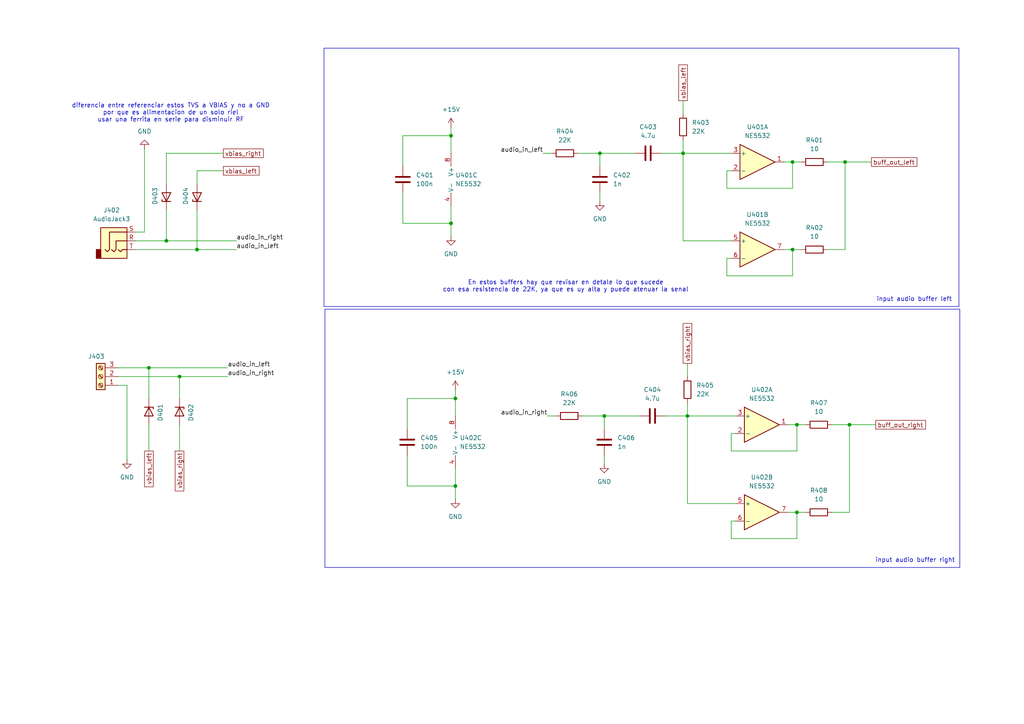
<source format=kicad_sch>
(kicad_sch (version 20250114) (generator "eeschema") (generator_version "9.0")
  (paper "A4")
  (lib_symbols
    (symbol "Amplifier_Operational:NE5532" (pin_names (offset 0.127))
      (property "Reference" "U" (at 0 5.08 0))
      (property "Value" "NE5532" (at 0 -5.08 0))
      (symbol "NE5532_1_1"
        (polyline (pts (xy -5.08 5.08) (xy 5.08 0) (xy -5.08 -5.08) (xy -5.08 5.08)) (stroke (width 0.254)) (fill (type background)))
        (pin input line (at -7.62 2.54 0) (length 2.54) (name "+") (number "3"))
        (pin input line (at -7.62 -2.54 0) (length 2.54) (name "-") (number "2"))
        (pin output line (at 7.62 0 180) (length 2.54) (name "~") (number "1"))
      )
      (symbol "NE5532_2_1"
        (polyline (pts (xy -5.08 5.08) (xy 5.08 0) (xy -5.08 -5.08) (xy -5.08 5.08)) (stroke (width 0.254)) (fill (type background)))
        (pin input line (at -7.62 2.54 0) (length 2.54) (name "+") (number "5"))
        (pin input line (at -7.62 -2.54 0) (length 2.54) (name "-") (number "6"))
        (pin output line (at 7.62 0 180) (length 2.54) (name "~") (number "7"))
      )
      (symbol "NE5532_3_1"
        (pin power_in line (at -2.54 7.62 270) (length 3.81) (name "V+") (number "8"))
        (pin power_in line (at -2.54 -7.62 90) (length 3.81) (name "V-") (number "4"))
      )
    )
    (symbol "Connector:Screw_Terminal_01x03" (pin_names (offset 1.016) (hide yes))
      (property "Reference" "J" (at 0 5.08 0))
      (property "Value" "Screw_Terminal_01x03" (at 0 -5.08 0))
      (symbol "Screw_Terminal_01x03_1_1"
        (rectangle (start -1.27 3.81) (end 1.27 -3.81) (stroke (width 0.254)) (fill (type background)))
        (polyline (pts (xy -0.5334 2.8702) (xy 0.3302 2.032)) (stroke (width 0.1524)))
        (polyline (pts (xy -0.5334 0.3302) (xy 0.3302 -0.508)) (stroke (width 0.1524)))
        (polyline (pts (xy -0.5334 -2.2098) (xy 0.3302 -3.048)) (stroke (width 0.1524)))
        (polyline (pts (xy -0.3556 3.048) (xy 0.508 2.2098)) (stroke (width 0.1524)))
        (polyline (pts (xy -0.3556 0.508) (xy 0.508 -0.3302)) (stroke (width 0.1524)))
        (polyline (pts (xy -0.3556 -2.032) (xy 0.508 -2.8702)) (stroke (width 0.1524)))
        (circle (center 0 2.54) (radius 0.635) (stroke (width 0.1524)))
        (circle (center 0 0) (radius 0.635) (stroke (width 0.1524)))
        (circle (center 0 -2.54) (radius 0.635) (stroke (width 0.1524)))
        (pin passive line (at -5.08 2.54 0) (length 3.81) (name "Pin_1") (number "1"))
        (pin passive line (at -5.08 0 0) (length 3.81) (name "Pin_2") (number "2"))
        (pin passive line (at -5.08 -2.54 0) (length 3.81) (name "Pin_3") (number "3"))
      )
    )
    (symbol "Connector_Audio:AudioJack3"
      (property "Reference" "J" (at 0 8.89 0))
      (property "Value" "AudioJack3" (at 0 6.35 0))
      (symbol "AudioJack3_0_1"
        (rectangle (start -5.08 -5.08) (end -6.35 -2.54) (stroke (width 0.254)) (fill (type outline)))
        (polyline (pts (xy -1.905 -2.54) (xy -1.27 -3.175) (xy -0.635 -2.54) (xy -0.635 0) (xy 2.54 0)) (stroke (width 0.254)))
        (polyline (pts (xy 0 -2.54) (xy 0.635 -3.175) (xy 1.27 -2.54) (xy 2.54 -2.54)) (stroke (width 0.254)))
        (rectangle (start 2.54 3.81) (end -5.08 -5.08) (stroke (width 0.254)) (fill (type background)))
        (polyline (pts (xy 2.54 2.54) (xy -2.54 2.54) (xy -2.54 -2.54) (xy -3.175 -3.175) (xy -3.81 -2.54)) (stroke (width 0.254)))
      )
      (symbol "AudioJack3_1_1"
        (pin passive line (at 5.08 2.54 180) (length 2.54) (name "~") (number "S"))
        (pin passive line (at 5.08 0 180) (length 2.54) (name "~") (number "R"))
        (pin passive line (at 5.08 -2.54 180) (length 2.54) (name "~") (number "T"))
      )
    )
    (symbol "Device:C" (pin_numbers (hide yes)) (pin_names (offset 0.254))
      (property "Reference" "C" (at 0.635 2.54 0))
      (property "Value" "C" (at 0.635 -2.54 0))
      (symbol "C_0_1"
        (polyline (pts (xy -2.032 0.762) (xy 2.032 0.762)) (stroke (width 0.508)))
        (polyline (pts (xy -2.032 -0.762) (xy 2.032 -0.762)) (stroke (width 0.508)))
      )
      (symbol "C_1_1"
        (pin passive line (at 0 3.81 270) (length 2.794) (name "~") (number "1"))
        (pin passive line (at 0 -3.81 90) (length 2.794) (name "~") (number "2"))
      )
    )
    (symbol "Device:R" (pin_numbers (hide yes)) (pin_names (offset 0))
      (property "Reference" "R" (at 2.032 0 90))
      (property "Value" "R" (at 0 0 90))
      (symbol "R_0_1"
        (rectangle (start -1.016 -2.54) (end 1.016 2.54) (stroke (width 0.254)))
      )
      (symbol "R_1_1"
        (pin passive line (at 0 3.81 270) (length 1.27) (name "~") (number "1"))
        (pin passive line (at 0 -3.81 90) (length 1.27) (name "~") (number "2"))
      )
    )
    (symbol "Diode:PTVS20VZ1USK" (pin_numbers (hide yes)) (pin_names (hide yes))
      (property "Reference" "D" (at 0 2.54 0))
      (property "Value" "PTVS20VZ1USK" (at 0 -2.54 0))
      (symbol "PTVS20VZ1USK_0_1"
        (polyline (pts (xy -1.27 -1.27) (xy -1.27 1.27) (xy -0.762 1.27)) (stroke (width 0.254)))
        (polyline (pts (xy 1.27 0) (xy -1.27 0)))
        (polyline (pts (xy 1.27 -1.27) (xy 1.27 1.27) (xy -1.27 0) (xy 1.27 -1.27)) (stroke (width 0.254)))
      )
      (symbol "PTVS20VZ1USK_1_1"
        (pin passive line (at -3.81 0 0) (length 2.54) (name "K") (number "1"))
        (pin passive line (at 3.81 0 180) (length 2.54) (name "A") (number "2"))
      )
    )
    (symbol "power:+15V" (power) (pin_numbers (hide yes)) (pin_names (offset 0) (hide yes))
      (property "Value" "+15V" (at 0 3.556 0))
      (symbol "+15V_0_1"
        (polyline (pts (xy -0.762 1.27) (xy 0 2.54)))
        (polyline (pts (xy 0 2.54) (xy 0.762 1.27)))
        (polyline (pts (xy 0 0) (xy 0 2.54)))
      )
      (symbol "+15V_1_1"
        (pin power_in line (at 0 0 90) (length 0) (name "~") (number "1"))
      )
    )
    (symbol "power:GND" (power) (pin_numbers (hide yes)) (pin_names (offset 0) (hide yes))
      (property "Value" "GND" (at 0 -3.81 0))
      (symbol "GND_0_1"
        (polyline (pts (xy 0 0) (xy 0 -1.27) (xy 1.27 -1.27) (xy 0 -2.54) (xy -1.27 -1.27) (xy 0 -1.27)))
      )
      (symbol "GND_1_1"
        (pin power_in line (at 0 0 270) (length 0) (name "~") (number "1"))
      )
    )
  )
  (rectangle (start 93.98 13.97) (end 278.13 88.9))
  (rectangle (start 94.234 89.662) (end 278.384 164.592))
  (text "input audio buffer right" (at 265.43 162.56 0) (effects (font (size 1.27 1.27))))
  (text "input audio buffer left" (at 265.176 86.868 0) (effects (font (size 1.27 1.27))))
  (text "En estos buffers hay que revisar en detale lo que sucede\ncon esa resistencia de 22K, ya que es uy alta y puede atenuar la senal" (at 164.084 83.058 0) (effects (font (size 1.27 1.27))))
  (text "diferencia entre referenciar estos TVS a VBIAS y no a GND\npor que es alimentacion de un solo riel\nusar una ferrita en serie para disminuir RF\n" (at 49.53 32.766 0) (effects (font (size 1.27 1.27))))
  (junction (at 130.81 64.77))
  (junction (at 231.14 148.59))
  (junction (at 130.81 39.37))
  (junction (at 57.15 72.39))
  (junction (at 173.99 44.45))
  (junction (at 175.26 120.65))
  (junction (at 132.08 140.97))
  (junction (at 229.87 72.39))
  (junction (at 199.39 120.65))
  (junction (at 198.12 44.45))
  (junction (at 231.14 123.19))
  (junction (at 48.26 69.85))
  (junction (at 132.08 115.57))
  (junction (at 246.38 123.19))
  (junction (at 43.18 106.68))
  (junction (at 229.87 46.99))
  (junction (at 52.07 109.22))
  (junction (at 245.11 46.99))
  (wire (pts (xy 52.07 109.22) (xy 52.07 115.57)))
  (wire (pts (xy 116.84 39.37) (xy 116.84 48.26)))
  (wire (pts (xy 198.12 69.85) (xy 198.12 44.45)))
  (wire (pts (xy 132.08 140.97) (xy 132.08 144.78)))
  (wire (pts (xy 173.99 44.45) (xy 184.15 44.45)))
  (wire (pts (xy 175.26 124.46) (xy 175.26 120.65)))
  (wire (pts (xy 231.14 148.59) (xy 233.68 148.59)))
  (wire (pts (xy 240.03 72.39) (xy 245.11 72.39)))
  (wire (pts (xy 212.09 74.93) (xy 210.82 74.93)))
  (wire (pts (xy 132.08 140.97) (xy 118.11 140.97)))
  (wire (pts (xy 210.82 49.53) (xy 210.82 54.61)))
  (wire (pts (xy 199.39 105.41) (xy 199.39 109.22)))
  (wire (pts (xy 130.81 44.45) (xy 130.81 39.37)))
  (wire (pts (xy 132.08 135.89) (xy 132.08 140.97)))
  (wire (pts (xy 43.18 106.68) (xy 43.18 115.57)))
  (wire (pts (xy 68.58 72.39) (xy 57.15 72.39)))
  (wire (pts (xy 34.29 109.22) (xy 52.07 109.22)))
  (wire (pts (xy 228.6 148.59) (xy 231.14 148.59)))
  (wire (pts (xy 130.81 64.77) (xy 116.84 64.77)))
  (wire (pts (xy 132.08 113.03) (xy 132.08 115.57)))
  (wire (pts (xy 212.09 49.53) (xy 210.82 49.53)))
  (wire (pts (xy 229.87 72.39) (xy 232.41 72.39)))
  (wire (pts (xy 199.39 120.65) (xy 193.04 120.65)))
  (wire (pts (xy 210.82 74.93) (xy 210.82 80.01)))
  (wire (pts (xy 41.91 67.31) (xy 39.37 67.31)))
  (wire (pts (xy 118.11 115.57) (xy 118.11 124.46)))
  (wire (pts (xy 210.82 80.01) (xy 229.87 80.01)))
  (wire (pts (xy 198.12 29.21) (xy 198.12 33.02)))
  (wire (pts (xy 57.15 60.96) (xy 57.15 72.39)))
  (wire (pts (xy 116.84 64.77) (xy 116.84 55.88)))
  (wire (pts (xy 229.87 46.99) (xy 229.87 54.61)))
  (wire (pts (xy 34.29 111.76) (xy 36.83 111.76)))
  (wire (pts (xy 130.81 64.77) (xy 130.81 68.58)))
  (wire (pts (xy 246.38 123.19) (xy 241.3 123.19)))
  (wire (pts (xy 212.09 130.81) (xy 231.14 130.81)))
  (wire (pts (xy 57.15 49.53) (xy 57.15 53.34)))
  (wire (pts (xy 41.91 43.18) (xy 41.91 67.31)))
  (wire (pts (xy 231.14 148.59) (xy 231.14 156.21)))
  (wire (pts (xy 229.87 46.99) (xy 232.41 46.99)))
  (wire (pts (xy 210.82 54.61) (xy 229.87 54.61)))
  (wire (pts (xy 227.33 46.99) (xy 229.87 46.99)))
  (wire (pts (xy 57.15 49.53) (xy 64.77 49.53)))
  (wire (pts (xy 198.12 40.64) (xy 198.12 44.45)))
  (wire (pts (xy 130.81 59.69) (xy 130.81 64.77)))
  (wire (pts (xy 245.11 72.39) (xy 245.11 46.99)))
  (wire (pts (xy 212.09 125.73) (xy 212.09 130.81)))
  (wire (pts (xy 43.18 106.68) (xy 66.04 106.68)))
  (wire (pts (xy 212.09 69.85) (xy 198.12 69.85)))
  (wire (pts (xy 175.26 132.08) (xy 175.26 134.62)))
  (wire (pts (xy 198.12 44.45) (xy 191.77 44.45)))
  (wire (pts (xy 173.99 48.26) (xy 173.99 44.45)))
  (wire (pts (xy 229.87 72.39) (xy 229.87 80.01)))
  (wire (pts (xy 213.36 125.73) (xy 212.09 125.73)))
  (wire (pts (xy 213.36 146.05) (xy 199.39 146.05)))
  (wire (pts (xy 245.11 46.99) (xy 240.03 46.99)))
  (wire (pts (xy 34.29 106.68) (xy 43.18 106.68)))
  (wire (pts (xy 52.07 123.19) (xy 52.07 130.81)))
  (wire (pts (xy 167.64 44.45) (xy 173.99 44.45)))
  (wire (pts (xy 36.83 111.76) (xy 36.83 133.35)))
  (wire (pts (xy 132.08 120.65) (xy 132.08 115.57)))
  (wire (pts (xy 227.33 72.39) (xy 229.87 72.39)))
  (wire (pts (xy 231.14 123.19) (xy 233.68 123.19)))
  (wire (pts (xy 175.26 120.65) (xy 185.42 120.65)))
  (wire (pts (xy 43.18 123.19) (xy 43.18 130.81)))
  (wire (pts (xy 130.81 36.83) (xy 130.81 39.37)))
  (wire (pts (xy 246.38 123.19) (xy 254 123.19)))
  (wire (pts (xy 198.12 44.45) (xy 212.09 44.45)))
  (wire (pts (xy 48.26 44.45) (xy 64.77 44.45)))
  (wire (pts (xy 228.6 123.19) (xy 231.14 123.19)))
  (wire (pts (xy 68.58 69.85) (xy 48.26 69.85)))
  (wire (pts (xy 157.48 44.45) (xy 160.02 44.45)))
  (wire (pts (xy 52.07 109.22) (xy 66.04 109.22)))
  (wire (pts (xy 213.36 151.13) (xy 212.09 151.13)))
  (wire (pts (xy 231.14 123.19) (xy 231.14 130.81)))
  (wire (pts (xy 48.26 60.96) (xy 48.26 69.85)))
  (wire (pts (xy 158.75 120.65) (xy 161.29 120.65)))
  (wire (pts (xy 168.91 120.65) (xy 175.26 120.65)))
  (wire (pts (xy 199.39 120.65) (xy 213.36 120.65)))
  (wire (pts (xy 246.38 148.59) (xy 246.38 123.19)))
  (wire (pts (xy 212.09 156.21) (xy 231.14 156.21)))
  (wire (pts (xy 48.26 44.45) (xy 48.26 53.34)))
  (wire (pts (xy 132.08 115.57) (xy 118.11 115.57)))
  (wire (pts (xy 48.26 69.85) (xy 39.37 69.85)))
  (wire (pts (xy 57.15 72.39) (xy 39.37 72.39)))
  (wire (pts (xy 245.11 46.99) (xy 252.73 46.99)))
  (wire (pts (xy 199.39 116.84) (xy 199.39 120.65)))
  (wire (pts (xy 241.3 148.59) (xy 246.38 148.59)))
  (wire (pts (xy 199.39 146.05) (xy 199.39 120.65)))
  (wire (pts (xy 118.11 140.97) (xy 118.11 132.08)))
  (wire (pts (xy 173.99 55.88) (xy 173.99 58.42)))
  (wire (pts (xy 212.09 151.13) (xy 212.09 156.21)))
  (wire (pts (xy 130.81 39.37) (xy 116.84 39.37)))
  (label "audio_in_right" (at 68.58 69.85 0))
  (label "audio_in_left" (at 157.48 44.45 180))
  (label "audio_in_right" (at 66.04 109.22 0))
  (label "audio_in_right" (at 158.75 120.65 180))
  (label "audio_in_left" (at 66.04 106.68 0))
  (label "audio_in_left" (at 68.58 72.39 0))
  (global_label "vbias_right" (shape passive) (at 199.39 105.41 90) (property "Intersheetrefs" "${INTERSHEET_REFS}" (effects (hide yes))))
  (global_label "vbias_right" (shape passive) (at 64.77 44.45 0) (property "Intersheetrefs" "${INTERSHEET_REFS}" (effects (hide yes))))
  (global_label "buff_out_right" (shape passive) (at 254 123.19 0) (property "Intersheetrefs" "${INTERSHEET_REFS}" (effects (hide yes))))
  (global_label "vbias_left" (shape passive) (at 198.12 29.21 90) (property "Intersheetrefs" "${INTERSHEET_REFS}" (effects (hide yes))))
  (global_label "vbias_right" (shape passive) (at 52.07 130.81 270) (property "Intersheetrefs" "${INTERSHEET_REFS}" (effects (hide yes))))
  (global_label "vbias_left" (shape passive) (at 43.18 130.81 270) (property "Intersheetrefs" "${INTERSHEET_REFS}" (effects (hide yes))))
  (global_label "buff_out_left" (shape passive) (at 252.73 46.99 0) (property "Intersheetrefs" "${INTERSHEET_REFS}" (effects (hide yes))))
  (global_label "vbias_left" (shape passive) (at 64.77 49.53 0) (property "Intersheetrefs" "${INTERSHEET_REFS}" (effects (hide yes))))
  (symbol (lib_id "Device:R") (at 165.1 120.65 90) (unit 1)
    (property "Reference" "R406" (at 165.1 114.3 90))
    (property "Value" "22K" (at 165.1 116.84 90))
    (property "Footprint" "Resistor_SMD:R_0805_2012Metric" (effects (hide yes)))
    (property "Description" "Resistor" (effects (hide yes)))
  )
  (symbol (lib_id "power:GND") (at 130.81 68.58 0) (unit 1)
    (property "Reference" "#PWR0403" (effects (hide yes)))
    (property "Value" "GND" (at 130.81 73.66 0))
    (property "Description" "Power symbol creates a global label with name \"GND\" , ground" (effects (hide yes)))
  )
  (symbol (lib_id "Device:R") (at 236.22 72.39 90) (unit 1)
    (property "Reference" "R402" (at 236.22 66.04 90))
    (property "Value" "10" (at 236.22 68.58 90))
    (property "Footprint" "Resistor_SMD:R_0805_2012Metric" (effects (hide yes)))
    (property "Description" "Resistor" (effects (hide yes)))
  )
  (symbol (lib_id "power:GND") (at 173.99 58.42 0) (unit 1)
    (property "Reference" "#PWR0401" (effects (hide yes)))
    (property "Value" "GND" (at 173.99 63.5 0))
    (property "Description" "Power symbol creates a global label with name \"GND\" , ground" (effects (hide yes)))
  )
  (symbol (lib_id "Amplifier_Operational:NE5532") (at 219.71 46.99 0) (unit 1)
    (property "Reference" "U401" (at 219.71 36.83 0))
    (property "Value" "NE5532" (at 219.71 39.37 0))
    (property "Footprint" "Package_SO:SOIC-8_3.9x4.9mm_P1.27mm" (effects (hide yes)))
    (property "Datasheet" "http://www.ti.com/lit/ds/symlink/ne5532.pdf" (effects (hide yes)))
    (property "Description" "Dual Low-Noise Operational Amplifiers, DIP-8/SOIC-8" (effects (hide yes)))
  )
  (symbol (lib_id "power:+15V") (at 130.81 36.83 0) (unit 1)
    (property "Reference" "#PWR0402" (effects (hide yes)))
    (property "Value" "+15V" (at 130.81 31.75 0))
    (property "Description" "Power symbol creates a global label with name \"+15V\"" (effects (hide yes)))
  )
  (symbol (lib_id "Amplifier_Operational:NE5532") (at 220.98 123.19 0) (unit 1)
    (property "Reference" "U402" (at 220.98 113.03 0))
    (property "Value" "NE5532" (at 220.98 115.57 0))
    (property "Footprint" "Package_SO:SOIC-8_3.9x4.9mm_P1.27mm" (effects (hide yes)))
    (property "Datasheet" "http://www.ti.com/lit/ds/symlink/ne5532.pdf" (effects (hide yes)))
    (property "Description" "Dual Low-Noise Operational Amplifiers, DIP-8/SOIC-8" (effects (hide yes)))
  )
  (symbol (lib_id "Device:C") (at 189.23 120.65 90) (unit 1)
    (property "Reference" "C404" (at 189.23 113.03 90))
    (property "Value" "4.7u" (at 189.23 115.57 90))
    (property "Footprint" "Capacitor_SMD:C_0805_2012Metric" (effects (hide yes)))
    (property "Description" "Unpolarized capacitor" (effects (hide yes)))
  )
  (symbol (lib_id "Device:C") (at 173.99 52.07 0) (unit 1)
    (property "Reference" "C402" (at 177.8 50.7999 0) (effects (justify left)))
    (property "Value" "1n" (at 177.8 53.3399 0) (effects (justify left)))
    (property "Footprint" "Capacitor_SMD:C_0805_2012Metric" (effects (hide yes)))
    (property "Description" "Unpolarized capacitor" (effects (hide yes)))
  )
  (symbol (lib_id "Device:C") (at 118.11 128.27 0) (unit 1)
    (property "Reference" "C405" (at 121.92 126.9999 0) (effects (justify left)))
    (property "Value" "100n" (at 121.92 129.5399 0) (effects (justify left)))
    (property "Footprint" "Capacitor_SMD:C_0805_2012Metric" (effects (hide yes)))
    (property "Description" "Unpolarized capacitor" (effects (hide yes)))
  )
  (symbol (lib_id "Device:C") (at 116.84 52.07 0) (unit 1)
    (property "Reference" "C401" (at 120.65 50.7999 0) (effects (justify left)))
    (property "Value" "100n" (at 120.65 53.3399 0) (effects (justify left)))
    (property "Footprint" "Capacitor_SMD:C_0805_2012Metric" (effects (hide yes)))
    (property "Description" "Unpolarized capacitor" (effects (hide yes)))
  )
  (symbol (lib_id "Amplifier_Operational:NE5532") (at 134.62 128.27 0) (unit 3)
    (property "Reference" "U402" (at 133.35 126.9999 0) (effects (justify left)))
    (property "Value" "NE5532" (at 133.35 129.5399 0) (effects (justify left)))
    (property "Footprint" "Package_SO:SOIC-8_3.9x4.9mm_P1.27mm" (effects (hide yes)))
    (property "Datasheet" "http://www.ti.com/lit/ds/symlink/ne5532.pdf" (effects (hide yes)))
    (property "Description" "Dual Low-Noise Operational Amplifiers, DIP-8/SOIC-8" (effects (hide yes)))
  )
  (symbol (lib_id "Device:R") (at 198.12 36.83 0) (unit 1)
    (property "Reference" "R403" (at 200.66 35.5599 0) (effects (justify left)))
    (property "Value" "22K" (at 200.66 38.0999 0) (effects (justify left)))
    (property "Footprint" "Resistor_SMD:R_0805_2012Metric" (effects (hide yes)))
    (property "Description" "Resistor" (effects (hide yes)))
  )
  (symbol (lib_id "Device:C") (at 187.96 44.45 90) (unit 1)
    (property "Reference" "C403" (at 187.96 36.83 90))
    (property "Value" "4.7u" (at 187.96 39.37 90))
    (property "Footprint" "Capacitor_SMD:C_0805_2012Metric" (effects (hide yes)))
    (property "Description" "Unpolarized capacitor" (effects (hide yes)))
  )
  (symbol (lib_id "power:GND") (at 36.83 133.35 0) (unit 1)
    (property "Reference" "#PWR0408" (effects (hide yes)))
    (property "Value" "GND" (at 36.83 138.43 0))
    (property "Description" "Power symbol creates a global label with name \"GND\" , ground" (effects (hide yes)))
  )
  (symbol (lib_id "power:GND") (at 132.08 144.78 0) (unit 1)
    (property "Reference" "#PWR0406" (effects (hide yes)))
    (property "Value" "GND" (at 132.08 149.86 0))
    (property "Description" "Power symbol creates a global label with name \"GND\" , ground" (effects (hide yes)))
  )
  (symbol (lib_id "Amplifier_Operational:NE5532") (at 133.35 52.07 0) (unit 3)
    (property "Reference" "U401" (at 132.08 50.7999 0) (effects (justify left)))
    (property "Value" "NE5532" (at 132.08 53.3399 0) (effects (justify left)))
    (property "Footprint" "Package_SO:SOIC-8_3.9x4.9mm_P1.27mm" (effects (hide yes)))
    (property "Datasheet" "http://www.ti.com/lit/ds/symlink/ne5532.pdf" (effects (hide yes)))
    (property "Description" "Dual Low-Noise Operational Amplifiers, DIP-8/SOIC-8" (effects (hide yes)))
  )
  (symbol (lib_id "Amplifier_Operational:NE5532") (at 220.98 148.59 0) (unit 2)
    (property "Reference" "U402" (at 220.98 138.43 0))
    (property "Value" "NE5532" (at 220.98 140.97 0))
    (property "Footprint" "Package_SO:SOIC-8_3.9x4.9mm_P1.27mm" (effects (hide yes)))
    (property "Datasheet" "http://www.ti.com/lit/ds/symlink/ne5532.pdf" (effects (hide yes)))
    (property "Description" "Dual Low-Noise Operational Amplifiers, DIP-8/SOIC-8" (effects (hide yes)))
  )
  (symbol (lib_id "Diode:PTVS20VZ1USK") (at 43.18 119.38 270) (unit 1)
    (property "Reference" "D401" (at 46.482 117.094 0) (effects (justify left)))
    (property "Value" "PTVS20VZ1USK" (effects (hide yes)))
    (property "Footprint" "Diode_SMD:Nexperia_DSN1608-2_1.6x0.8mm" (effects (hide yes)))
    (property "Datasheet" "https://assets.nexperia.com/documents/data-sheet/PTVS20VZ1USK.pdf" (effects (hide yes)))
    (property "Description" "20V, 2000W TVS unidirectional diode, DSN1608-2" (effects (hide yes)))
  )
  (symbol (lib_id "power:GND") (at 41.91 43.18 180) (unit 1)
    (property "Reference" "#PWR0407" (effects (hide yes)))
    (property "Value" "GND" (at 41.91 38.1 0))
    (property "Description" "Power symbol creates a global label with name \"GND\" , ground" (effects (hide yes)))
  )
  (symbol (lib_id "Amplifier_Operational:NE5532") (at 219.71 72.39 0) (unit 2)
    (property "Reference" "U401" (at 219.71 62.23 0))
    (property "Value" "NE5532" (at 219.71 64.77 0))
    (property "Footprint" "Package_SO:SOIC-8_3.9x4.9mm_P1.27mm" (effects (hide yes)))
    (property "Datasheet" "http://www.ti.com/lit/ds/symlink/ne5532.pdf" (effects (hide yes)))
    (property "Description" "Dual Low-Noise Operational Amplifiers, DIP-8/SOIC-8" (effects (hide yes)))
  )
  (symbol (lib_id "Connector:Screw_Terminal_01x03") (at 29.21 109.22 180) (unit 1)
    (property "Reference" "J403" (at 27.94 103.378 0))
    (property "Value" "Screw_Terminal_01x03" (effects (hide yes)))
    (property "Footprint" "TerminalBlock:TerminalBlock_Altech_AK300-3_P5.00mm" (effects (hide yes)))
    (property "Description" "Generic screw terminal, single row, 01x03, script generated (kicad-library-utils/schlib/autogen/connector/)" (effects (hide yes)))
  )
  (symbol (lib_id "Device:R") (at 237.49 148.59 90) (unit 1)
    (property "Reference" "R408" (at 237.49 142.24 90))
    (property "Value" "10" (at 237.49 144.78 90))
    (property "Footprint" "Resistor_SMD:R_0805_2012Metric" (effects (hide yes)))
    (property "Description" "Resistor" (effects (hide yes)))
  )
  (symbol (lib_id "power:+15V") (at 132.08 113.03 0) (unit 1)
    (property "Reference" "#PWR0404" (effects (hide yes)))
    (property "Value" "+15V" (at 132.08 107.95 0))
    (property "Description" "Power symbol creates a global label with name \"+15V\"" (effects (hide yes)))
  )
  (symbol (lib_id "power:GND") (at 175.26 134.62 0) (unit 1)
    (property "Reference" "#PWR0405" (effects (hide yes)))
    (property "Value" "GND" (at 175.26 139.7 0))
    (property "Description" "Power symbol creates a global label with name \"GND\" , ground" (effects (hide yes)))
  )
  (symbol (lib_id "Diode:PTVS20VZ1USK") (at 57.15 57.15 90) (unit 1)
    (property "Reference" "D404" (at 53.848 59.436 0) (effects (justify left)))
    (property "Value" "PTVS20VZ1USK" (effects (hide yes)))
    (property "Footprint" "Diode_SMD:Nexperia_DSN1608-2_1.6x0.8mm" (effects (hide yes)))
    (property "Datasheet" "https://assets.nexperia.com/documents/data-sheet/PTVS20VZ1USK.pdf" (effects (hide yes)))
    (property "Description" "20V, 2000W TVS unidirectional diode, DSN1608-2" (effects (hide yes)))
  )
  (symbol (lib_id "Device:C") (at 175.26 128.27 0) (unit 1)
    (property "Reference" "C406" (at 179.07 126.9999 0) (effects (justify left)))
    (property "Value" "1n" (at 179.07 129.5399 0) (effects (justify left)))
    (property "Footprint" "Capacitor_SMD:C_0805_2012Metric" (effects (hide yes)))
    (property "Description" "Unpolarized capacitor" (effects (hide yes)))
  )
  (symbol (lib_id "Device:R") (at 237.49 123.19 90) (unit 1)
    (property "Reference" "R407" (at 237.49 116.84 90))
    (property "Value" "10" (at 237.49 119.38 90))
    (property "Footprint" "Resistor_SMD:R_0805_2012Metric" (effects (hide yes)))
    (property "Description" "Resistor" (effects (hide yes)))
  )
  (symbol (lib_id "Diode:PTVS20VZ1USK") (at 48.26 57.15 90) (unit 1)
    (property "Reference" "D403" (at 44.958 59.436 0) (effects (justify left)))
    (property "Value" "PTVS20VZ1USK" (effects (hide yes)))
    (property "Footprint" "Diode_SMD:Nexperia_DSN1608-2_1.6x0.8mm" (effects (hide yes)))
    (property "Datasheet" "https://assets.nexperia.com/documents/data-sheet/PTVS20VZ1USK.pdf" (effects (hide yes)))
    (property "Description" "20V, 2000W TVS unidirectional diode, DSN1608-2" (effects (hide yes)))
  )
  (symbol (lib_id "Diode:PTVS20VZ1USK") (at 52.07 119.38 270) (unit 1)
    (property "Reference" "D402" (at 55.372 117.094 0) (effects (justify left)))
    (property "Value" "PTVS20VZ1USK" (effects (hide yes)))
    (property "Footprint" "Diode_SMD:Nexperia_DSN1608-2_1.6x0.8mm" (effects (hide yes)))
    (property "Datasheet" "https://assets.nexperia.com/documents/data-sheet/PTVS20VZ1USK.pdf" (effects (hide yes)))
    (property "Description" "20V, 2000W TVS unidirectional diode, DSN1608-2" (effects (hide yes)))
  )
  (symbol (lib_id "Connector_Audio:AudioJack3") (at 34.29 69.85 0) (unit 1)
    (property "Reference" "J402" (at 32.385 60.96 0))
    (property "Value" "AudioJack3" (at 32.385 63.5 0))
    (property "Footprint" "Connector_Audio:Jack_3.5mm_CUI_SJ-3523-SMT_Horizontal" (effects (hide yes)))
    (property "Description" "Audio Jack, 3 Poles (Stereo / TRS)" (effects (hide yes)))
  )
  (symbol (lib_id "Device:R") (at 199.39 113.03 0) (unit 1)
    (property "Reference" "R405" (at 201.93 111.7599 0) (effects (justify left)))
    (property "Value" "22K" (at 201.93 114.2999 0) (effects (justify left)))
    (property "Footprint" "Resistor_SMD:R_0805_2012Metric" (effects (hide yes)))
    (property "Description" "Resistor" (effects (hide yes)))
  )
  (symbol (lib_id "Device:R") (at 236.22 46.99 90) (unit 1)
    (property "Reference" "R401" (at 236.22 40.64 90))
    (property "Value" "10" (at 236.22 43.18 90))
    (property "Footprint" "Resistor_SMD:R_0805_2012Metric" (effects (hide yes)))
    (property "Description" "Resistor" (effects (hide yes)))
  )
  (symbol (lib_id "Device:R") (at 163.83 44.45 90) (unit 1)
    (property "Reference" "R404" (at 163.83 38.1 90))
    (property "Value" "22K" (at 163.83 40.64 90))
    (property "Footprint" "Resistor_SMD:R_0805_2012Metric" (effects (hide yes)))
    (property "Description" "Resistor" (effects (hide yes)))
  )
)
</source>
